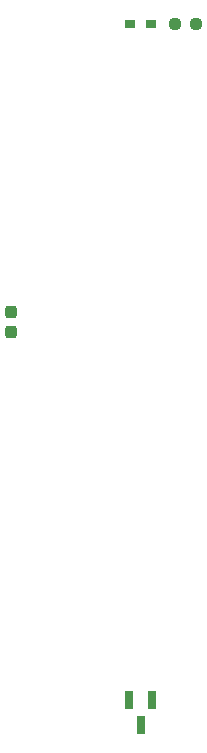
<source format=gbr>
G04 #@! TF.GenerationSoftware,KiCad,Pcbnew,9.0.6-9.0.6~ubuntu25.10.1*
G04 #@! TF.CreationDate,2025-12-24T11:00:37+09:00*
G04 #@! TF.ProjectId,bionic-z8002,62696f6e-6963-42d7-9a38-3030322e6b69,1*
G04 #@! TF.SameCoordinates,Original*
G04 #@! TF.FileFunction,Paste,Top*
G04 #@! TF.FilePolarity,Positive*
%FSLAX46Y46*%
G04 Gerber Fmt 4.6, Leading zero omitted, Abs format (unit mm)*
G04 Created by KiCad (PCBNEW 9.0.6-9.0.6~ubuntu25.10.1) date 2025-12-24 11:00:37*
%MOMM*%
%LPD*%
G01*
G04 APERTURE LIST*
G04 Aperture macros list*
%AMRoundRect*
0 Rectangle with rounded corners*
0 $1 Rounding radius*
0 $2 $3 $4 $5 $6 $7 $8 $9 X,Y pos of 4 corners*
0 Add a 4 corners polygon primitive as box body*
4,1,4,$2,$3,$4,$5,$6,$7,$8,$9,$2,$3,0*
0 Add four circle primitives for the rounded corners*
1,1,$1+$1,$2,$3*
1,1,$1+$1,$4,$5*
1,1,$1+$1,$6,$7*
1,1,$1+$1,$8,$9*
0 Add four rect primitives between the rounded corners*
20,1,$1+$1,$2,$3,$4,$5,0*
20,1,$1+$1,$4,$5,$6,$7,0*
20,1,$1+$1,$6,$7,$8,$9,0*
20,1,$1+$1,$8,$9,$2,$3,0*%
G04 Aperture macros list end*
%ADD10RoundRect,0.237500X0.237500X-0.300000X0.237500X0.300000X-0.237500X0.300000X-0.237500X-0.300000X0*%
%ADD11R,0.965200X0.762000*%
%ADD12RoundRect,0.237500X-0.250000X-0.237500X0.250000X-0.237500X0.250000X0.237500X-0.250000X0.237500X0*%
%ADD13R,0.660400X1.625600*%
G04 APERTURE END LIST*
D10*
X102701800Y-97914600D03*
X102701800Y-96189600D03*
D11*
X114576300Y-71778000D03*
X112823700Y-71778000D03*
D12*
X116597500Y-71778000D03*
X118422500Y-71778000D03*
D13*
X114665201Y-129055000D03*
X112765199Y-129055000D03*
X113715200Y-131187000D03*
M02*

</source>
